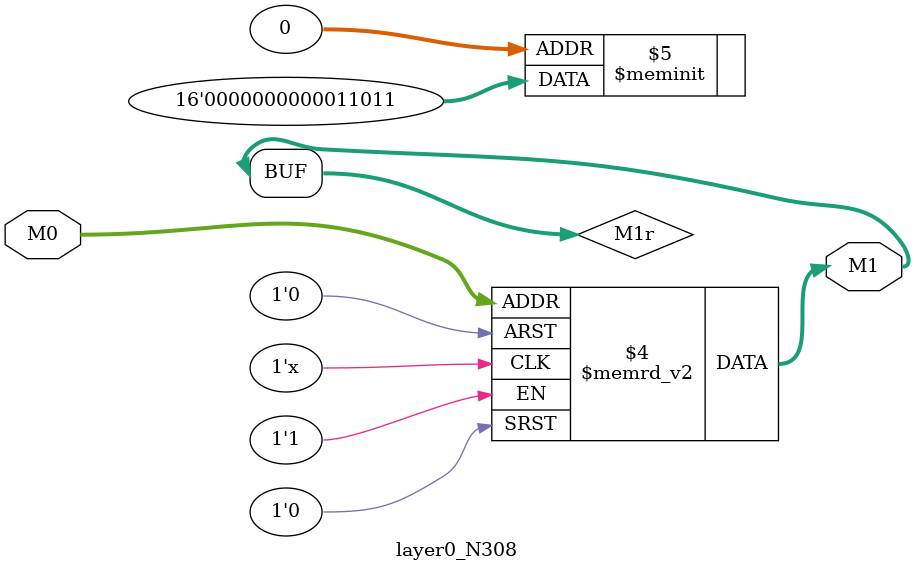
<source format=v>
module layer0_N308 ( input [2:0] M0, output [1:0] M1 );

	(*rom_style = "distributed" *) reg [1:0] M1r;
	assign M1 = M1r;
	always @ (M0) begin
		case (M0)
			3'b000: M1r = 2'b11;
			3'b100: M1r = 2'b00;
			3'b010: M1r = 2'b01;
			3'b110: M1r = 2'b00;
			3'b001: M1r = 2'b10;
			3'b101: M1r = 2'b00;
			3'b011: M1r = 2'b00;
			3'b111: M1r = 2'b00;

		endcase
	end
endmodule

</source>
